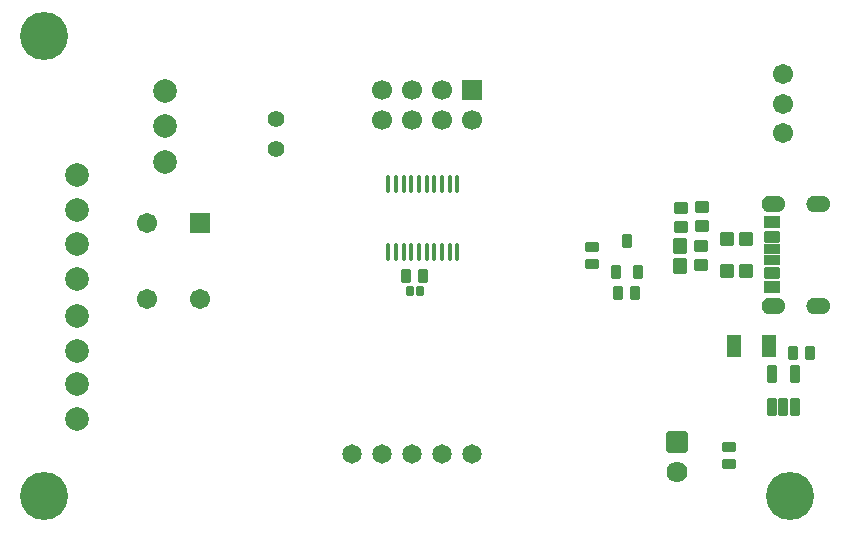
<source format=gbr>
%TF.GenerationSoftware,KiCad,Pcbnew,7.0.8*%
%TF.CreationDate,2024-01-19T17:30:03-07:00*%
%TF.ProjectId,Remote,52656d6f-7465-42e6-9b69-6361645f7063,rev?*%
%TF.SameCoordinates,Original*%
%TF.FileFunction,Soldermask,Top*%
%TF.FilePolarity,Negative*%
%FSLAX46Y46*%
G04 Gerber Fmt 4.6, Leading zero omitted, Abs format (unit mm)*
G04 Created by KiCad (PCBNEW 7.0.8) date 2024-01-19 17:30:03*
%MOMM*%
%LPD*%
G01*
G04 APERTURE LIST*
G04 Aperture macros list*
%AMRoundRect*
0 Rectangle with rounded corners*
0 $1 Rounding radius*
0 $2 $3 $4 $5 $6 $7 $8 $9 X,Y pos of 4 corners*
0 Add a 4 corners polygon primitive as box body*
4,1,4,$2,$3,$4,$5,$6,$7,$8,$9,$2,$3,0*
0 Add four circle primitives for the rounded corners*
1,1,$1+$1,$2,$3*
1,1,$1+$1,$4,$5*
1,1,$1+$1,$6,$7*
1,1,$1+$1,$8,$9*
0 Add four rect primitives between the rounded corners*
20,1,$1+$1,$2,$3,$4,$5,0*
20,1,$1+$1,$4,$5,$6,$7,0*
20,1,$1+$1,$6,$7,$8,$9,0*
20,1,$1+$1,$8,$9,$2,$3,0*%
G04 Aperture macros list end*
%ADD10C,0.010000*%
%ADD11RoundRect,0.102000X-0.470000X-0.510000X0.470000X-0.510000X0.470000X0.510000X-0.470000X0.510000X0*%
%ADD12RoundRect,0.102000X0.279400X-0.660400X0.279400X0.660400X-0.279400X0.660400X-0.279400X-0.660400X0*%
%ADD13RoundRect,0.102000X-0.330200X-0.469900X0.330200X-0.469900X0.330200X0.469900X-0.330200X0.469900X0*%
%ADD14RoundRect,0.102000X0.300000X-0.525000X0.300000X0.525000X-0.300000X0.525000X-0.300000X-0.525000X0*%
%ADD15RoundRect,0.102000X-0.300000X0.525000X-0.300000X-0.525000X0.300000X-0.525000X0.300000X0.525000X0*%
%ADD16RoundRect,0.102000X0.500000X-0.550000X0.500000X0.550000X-0.500000X0.550000X-0.500000X-0.550000X0*%
%ADD17R,1.700000X1.700000*%
%ADD18C,1.700000*%
%ADD19RoundRect,0.102000X0.330200X0.469900X-0.330200X0.469900X-0.330200X-0.469900X0.330200X-0.469900X0*%
%ADD20C,1.998980*%
%ADD21C,4.064000*%
%ADD22RoundRect,0.102000X0.600000X-0.350000X0.600000X0.350000X-0.600000X0.350000X-0.600000X-0.350000X0*%
%ADD23RoundRect,0.102000X0.600000X-0.380000X0.600000X0.380000X-0.600000X0.380000X-0.600000X-0.380000X0*%
%ADD24RoundRect,0.102000X0.600000X-0.400000X0.600000X0.400000X-0.600000X0.400000X-0.600000X-0.400000X0*%
%ADD25RoundRect,0.102000X0.465000X-0.405000X0.465000X0.405000X-0.465000X0.405000X-0.465000X-0.405000X0*%
%ADD26RoundRect,0.102000X0.465000X-0.395000X0.465000X0.395000X-0.465000X0.395000X-0.465000X-0.395000X0*%
%ADD27C,1.422400*%
%ADD28C,1.651000*%
%ADD29RoundRect,0.100000X0.100000X-0.637500X0.100000X0.637500X-0.100000X0.637500X-0.100000X-0.637500X0*%
%ADD30RoundRect,0.102000X-0.469900X0.330200X-0.469900X-0.330200X0.469900X-0.330200X0.469900X0.330200X0*%
%ADD31RoundRect,0.102000X0.787500X-0.787500X0.787500X0.787500X-0.787500X0.787500X-0.787500X-0.787500X0*%
%ADD32C,1.779000*%
%ADD33RoundRect,0.102000X-0.485000X-0.865000X0.485000X-0.865000X0.485000X0.865000X-0.485000X0.865000X0*%
%ADD34RoundRect,0.177600X0.194400X-0.224400X0.194400X0.224400X-0.194400X0.224400X-0.194400X-0.224400X0*%
%ADD35C,1.712000*%
%ADD36RoundRect,0.102000X-0.754000X0.754000X-0.754000X-0.754000X0.754000X-0.754000X0.754000X0.754000X0*%
G04 APERTURE END LIST*
%TO.C,J1*%
D10*
X172469000Y-81554500D02*
X172503000Y-81557500D01*
X172537000Y-81561500D01*
X172570000Y-81567500D01*
X172603000Y-81575500D01*
X172636000Y-81585500D01*
X172668000Y-81596500D01*
X172699000Y-81609500D01*
X172730000Y-81624500D01*
X172760000Y-81640500D01*
X172789000Y-81658500D01*
X172817000Y-81677500D01*
X172844000Y-81698500D01*
X172870000Y-81720500D01*
X172895000Y-81743500D01*
X172918000Y-81768500D01*
X172940000Y-81794500D01*
X172961000Y-81821500D01*
X172980000Y-81849500D01*
X172998000Y-81878500D01*
X173014000Y-81908500D01*
X173029000Y-81939500D01*
X173042000Y-81970500D01*
X173053000Y-82002500D01*
X173063000Y-82035500D01*
X173071000Y-82068500D01*
X173077000Y-82101500D01*
X173081000Y-82135500D01*
X173084000Y-82169500D01*
X173085000Y-82203500D01*
X173084000Y-82237500D01*
X173081000Y-82271500D01*
X173077000Y-82305500D01*
X173071000Y-82338500D01*
X173063000Y-82371500D01*
X173053000Y-82404500D01*
X173042000Y-82436500D01*
X173029000Y-82467500D01*
X173014000Y-82498500D01*
X172998000Y-82528500D01*
X172980000Y-82557500D01*
X172961000Y-82585500D01*
X172940000Y-82612500D01*
X172918000Y-82638500D01*
X172895000Y-82663500D01*
X172870000Y-82686500D01*
X172844000Y-82708500D01*
X172817000Y-82729500D01*
X172789000Y-82748500D01*
X172760000Y-82766500D01*
X172730000Y-82782500D01*
X172699000Y-82797500D01*
X172668000Y-82810500D01*
X172636000Y-82821500D01*
X172603000Y-82831500D01*
X172570000Y-82839500D01*
X172537000Y-82845500D01*
X172503000Y-82849500D01*
X172469000Y-82852500D01*
X172435000Y-82853500D01*
X171835000Y-82853500D01*
X171801000Y-82852500D01*
X171767000Y-82849500D01*
X171733000Y-82845500D01*
X171700000Y-82839500D01*
X171667000Y-82831500D01*
X171634000Y-82821500D01*
X171602000Y-82810500D01*
X171571000Y-82797500D01*
X171540000Y-82782500D01*
X171510000Y-82766500D01*
X171481000Y-82748500D01*
X171453000Y-82729500D01*
X171426000Y-82708500D01*
X171400000Y-82686500D01*
X171375000Y-82663500D01*
X171352000Y-82638500D01*
X171330000Y-82612500D01*
X171309000Y-82585500D01*
X171290000Y-82557500D01*
X171272000Y-82528500D01*
X171256000Y-82498500D01*
X171241000Y-82467500D01*
X171228000Y-82436500D01*
X171217000Y-82404500D01*
X171207000Y-82371500D01*
X171199000Y-82338500D01*
X171193000Y-82305500D01*
X171189000Y-82271500D01*
X171186000Y-82237500D01*
X171185000Y-82203500D01*
X171186000Y-82169500D01*
X171189000Y-82135500D01*
X171193000Y-82101500D01*
X171199000Y-82068500D01*
X171207000Y-82035500D01*
X171217000Y-82002500D01*
X171228000Y-81970500D01*
X171241000Y-81939500D01*
X171256000Y-81908500D01*
X171272000Y-81878500D01*
X171290000Y-81849500D01*
X171309000Y-81821500D01*
X171330000Y-81794500D01*
X171352000Y-81768500D01*
X171375000Y-81743500D01*
X171400000Y-81720500D01*
X171426000Y-81698500D01*
X171453000Y-81677500D01*
X171481000Y-81658500D01*
X171510000Y-81640500D01*
X171540000Y-81624500D01*
X171571000Y-81609500D01*
X171602000Y-81596500D01*
X171634000Y-81585500D01*
X171667000Y-81575500D01*
X171700000Y-81567500D01*
X171733000Y-81561500D01*
X171767000Y-81557500D01*
X171801000Y-81554500D01*
X171835000Y-81553500D01*
X172435000Y-81553500D01*
X172469000Y-81554500D01*
G36*
X172469000Y-81554500D02*
G01*
X172503000Y-81557500D01*
X172537000Y-81561500D01*
X172570000Y-81567500D01*
X172603000Y-81575500D01*
X172636000Y-81585500D01*
X172668000Y-81596500D01*
X172699000Y-81609500D01*
X172730000Y-81624500D01*
X172760000Y-81640500D01*
X172789000Y-81658500D01*
X172817000Y-81677500D01*
X172844000Y-81698500D01*
X172870000Y-81720500D01*
X172895000Y-81743500D01*
X172918000Y-81768500D01*
X172940000Y-81794500D01*
X172961000Y-81821500D01*
X172980000Y-81849500D01*
X172998000Y-81878500D01*
X173014000Y-81908500D01*
X173029000Y-81939500D01*
X173042000Y-81970500D01*
X173053000Y-82002500D01*
X173063000Y-82035500D01*
X173071000Y-82068500D01*
X173077000Y-82101500D01*
X173081000Y-82135500D01*
X173084000Y-82169500D01*
X173085000Y-82203500D01*
X173084000Y-82237500D01*
X173081000Y-82271500D01*
X173077000Y-82305500D01*
X173071000Y-82338500D01*
X173063000Y-82371500D01*
X173053000Y-82404500D01*
X173042000Y-82436500D01*
X173029000Y-82467500D01*
X173014000Y-82498500D01*
X172998000Y-82528500D01*
X172980000Y-82557500D01*
X172961000Y-82585500D01*
X172940000Y-82612500D01*
X172918000Y-82638500D01*
X172895000Y-82663500D01*
X172870000Y-82686500D01*
X172844000Y-82708500D01*
X172817000Y-82729500D01*
X172789000Y-82748500D01*
X172760000Y-82766500D01*
X172730000Y-82782500D01*
X172699000Y-82797500D01*
X172668000Y-82810500D01*
X172636000Y-82821500D01*
X172603000Y-82831500D01*
X172570000Y-82839500D01*
X172537000Y-82845500D01*
X172503000Y-82849500D01*
X172469000Y-82852500D01*
X172435000Y-82853500D01*
X171835000Y-82853500D01*
X171801000Y-82852500D01*
X171767000Y-82849500D01*
X171733000Y-82845500D01*
X171700000Y-82839500D01*
X171667000Y-82831500D01*
X171634000Y-82821500D01*
X171602000Y-82810500D01*
X171571000Y-82797500D01*
X171540000Y-82782500D01*
X171510000Y-82766500D01*
X171481000Y-82748500D01*
X171453000Y-82729500D01*
X171426000Y-82708500D01*
X171400000Y-82686500D01*
X171375000Y-82663500D01*
X171352000Y-82638500D01*
X171330000Y-82612500D01*
X171309000Y-82585500D01*
X171290000Y-82557500D01*
X171272000Y-82528500D01*
X171256000Y-82498500D01*
X171241000Y-82467500D01*
X171228000Y-82436500D01*
X171217000Y-82404500D01*
X171207000Y-82371500D01*
X171199000Y-82338500D01*
X171193000Y-82305500D01*
X171189000Y-82271500D01*
X171186000Y-82237500D01*
X171185000Y-82203500D01*
X171186000Y-82169500D01*
X171189000Y-82135500D01*
X171193000Y-82101500D01*
X171199000Y-82068500D01*
X171207000Y-82035500D01*
X171217000Y-82002500D01*
X171228000Y-81970500D01*
X171241000Y-81939500D01*
X171256000Y-81908500D01*
X171272000Y-81878500D01*
X171290000Y-81849500D01*
X171309000Y-81821500D01*
X171330000Y-81794500D01*
X171352000Y-81768500D01*
X171375000Y-81743500D01*
X171400000Y-81720500D01*
X171426000Y-81698500D01*
X171453000Y-81677500D01*
X171481000Y-81658500D01*
X171510000Y-81640500D01*
X171540000Y-81624500D01*
X171571000Y-81609500D01*
X171602000Y-81596500D01*
X171634000Y-81585500D01*
X171667000Y-81575500D01*
X171700000Y-81567500D01*
X171733000Y-81561500D01*
X171767000Y-81557500D01*
X171801000Y-81554500D01*
X171835000Y-81553500D01*
X172435000Y-81553500D01*
X172469000Y-81554500D01*
G37*
X176269000Y-81554500D02*
X176303000Y-81557500D01*
X176337000Y-81561500D01*
X176370000Y-81567500D01*
X176403000Y-81575500D01*
X176436000Y-81585500D01*
X176468000Y-81596500D01*
X176499000Y-81609500D01*
X176530000Y-81624500D01*
X176560000Y-81640500D01*
X176589000Y-81658500D01*
X176617000Y-81677500D01*
X176644000Y-81698500D01*
X176670000Y-81720500D01*
X176695000Y-81743500D01*
X176718000Y-81768500D01*
X176740000Y-81794500D01*
X176761000Y-81821500D01*
X176780000Y-81849500D01*
X176798000Y-81878500D01*
X176814000Y-81908500D01*
X176829000Y-81939500D01*
X176842000Y-81970500D01*
X176853000Y-82002500D01*
X176863000Y-82035500D01*
X176871000Y-82068500D01*
X176877000Y-82101500D01*
X176881000Y-82135500D01*
X176884000Y-82169500D01*
X176885000Y-82203500D01*
X176884000Y-82237500D01*
X176881000Y-82271500D01*
X176877000Y-82305500D01*
X176871000Y-82338500D01*
X176863000Y-82371500D01*
X176853000Y-82404500D01*
X176842000Y-82436500D01*
X176829000Y-82467500D01*
X176814000Y-82498500D01*
X176798000Y-82528500D01*
X176780000Y-82557500D01*
X176761000Y-82585500D01*
X176740000Y-82612500D01*
X176718000Y-82638500D01*
X176695000Y-82663500D01*
X176670000Y-82686500D01*
X176644000Y-82708500D01*
X176617000Y-82729500D01*
X176589000Y-82748500D01*
X176560000Y-82766500D01*
X176530000Y-82782500D01*
X176499000Y-82797500D01*
X176468000Y-82810500D01*
X176436000Y-82821500D01*
X176403000Y-82831500D01*
X176370000Y-82839500D01*
X176337000Y-82845500D01*
X176303000Y-82849500D01*
X176269000Y-82852500D01*
X176235000Y-82853500D01*
X175635000Y-82853500D01*
X175601000Y-82852500D01*
X175567000Y-82849500D01*
X175533000Y-82845500D01*
X175500000Y-82839500D01*
X175467000Y-82831500D01*
X175434000Y-82821500D01*
X175402000Y-82810500D01*
X175371000Y-82797500D01*
X175340000Y-82782500D01*
X175310000Y-82766500D01*
X175281000Y-82748500D01*
X175253000Y-82729500D01*
X175226000Y-82708500D01*
X175200000Y-82686500D01*
X175175000Y-82663500D01*
X175152000Y-82638500D01*
X175130000Y-82612500D01*
X175109000Y-82585500D01*
X175090000Y-82557500D01*
X175072000Y-82528500D01*
X175056000Y-82498500D01*
X175041000Y-82467500D01*
X175028000Y-82436500D01*
X175017000Y-82404500D01*
X175007000Y-82371500D01*
X174999000Y-82338500D01*
X174993000Y-82305500D01*
X174989000Y-82271500D01*
X174986000Y-82237500D01*
X174985000Y-82203500D01*
X174986000Y-82169500D01*
X174989000Y-82135500D01*
X174993000Y-82101500D01*
X174999000Y-82068500D01*
X175007000Y-82035500D01*
X175017000Y-82002500D01*
X175028000Y-81970500D01*
X175041000Y-81939500D01*
X175056000Y-81908500D01*
X175072000Y-81878500D01*
X175090000Y-81849500D01*
X175109000Y-81821500D01*
X175130000Y-81794500D01*
X175152000Y-81768500D01*
X175175000Y-81743500D01*
X175200000Y-81720500D01*
X175226000Y-81698500D01*
X175253000Y-81677500D01*
X175281000Y-81658500D01*
X175310000Y-81640500D01*
X175340000Y-81624500D01*
X175371000Y-81609500D01*
X175402000Y-81596500D01*
X175434000Y-81585500D01*
X175467000Y-81575500D01*
X175500000Y-81567500D01*
X175533000Y-81561500D01*
X175567000Y-81557500D01*
X175601000Y-81554500D01*
X175635000Y-81553500D01*
X176235000Y-81553500D01*
X176269000Y-81554500D01*
G36*
X176269000Y-81554500D02*
G01*
X176303000Y-81557500D01*
X176337000Y-81561500D01*
X176370000Y-81567500D01*
X176403000Y-81575500D01*
X176436000Y-81585500D01*
X176468000Y-81596500D01*
X176499000Y-81609500D01*
X176530000Y-81624500D01*
X176560000Y-81640500D01*
X176589000Y-81658500D01*
X176617000Y-81677500D01*
X176644000Y-81698500D01*
X176670000Y-81720500D01*
X176695000Y-81743500D01*
X176718000Y-81768500D01*
X176740000Y-81794500D01*
X176761000Y-81821500D01*
X176780000Y-81849500D01*
X176798000Y-81878500D01*
X176814000Y-81908500D01*
X176829000Y-81939500D01*
X176842000Y-81970500D01*
X176853000Y-82002500D01*
X176863000Y-82035500D01*
X176871000Y-82068500D01*
X176877000Y-82101500D01*
X176881000Y-82135500D01*
X176884000Y-82169500D01*
X176885000Y-82203500D01*
X176884000Y-82237500D01*
X176881000Y-82271500D01*
X176877000Y-82305500D01*
X176871000Y-82338500D01*
X176863000Y-82371500D01*
X176853000Y-82404500D01*
X176842000Y-82436500D01*
X176829000Y-82467500D01*
X176814000Y-82498500D01*
X176798000Y-82528500D01*
X176780000Y-82557500D01*
X176761000Y-82585500D01*
X176740000Y-82612500D01*
X176718000Y-82638500D01*
X176695000Y-82663500D01*
X176670000Y-82686500D01*
X176644000Y-82708500D01*
X176617000Y-82729500D01*
X176589000Y-82748500D01*
X176560000Y-82766500D01*
X176530000Y-82782500D01*
X176499000Y-82797500D01*
X176468000Y-82810500D01*
X176436000Y-82821500D01*
X176403000Y-82831500D01*
X176370000Y-82839500D01*
X176337000Y-82845500D01*
X176303000Y-82849500D01*
X176269000Y-82852500D01*
X176235000Y-82853500D01*
X175635000Y-82853500D01*
X175601000Y-82852500D01*
X175567000Y-82849500D01*
X175533000Y-82845500D01*
X175500000Y-82839500D01*
X175467000Y-82831500D01*
X175434000Y-82821500D01*
X175402000Y-82810500D01*
X175371000Y-82797500D01*
X175340000Y-82782500D01*
X175310000Y-82766500D01*
X175281000Y-82748500D01*
X175253000Y-82729500D01*
X175226000Y-82708500D01*
X175200000Y-82686500D01*
X175175000Y-82663500D01*
X175152000Y-82638500D01*
X175130000Y-82612500D01*
X175109000Y-82585500D01*
X175090000Y-82557500D01*
X175072000Y-82528500D01*
X175056000Y-82498500D01*
X175041000Y-82467500D01*
X175028000Y-82436500D01*
X175017000Y-82404500D01*
X175007000Y-82371500D01*
X174999000Y-82338500D01*
X174993000Y-82305500D01*
X174989000Y-82271500D01*
X174986000Y-82237500D01*
X174985000Y-82203500D01*
X174986000Y-82169500D01*
X174989000Y-82135500D01*
X174993000Y-82101500D01*
X174999000Y-82068500D01*
X175007000Y-82035500D01*
X175017000Y-82002500D01*
X175028000Y-81970500D01*
X175041000Y-81939500D01*
X175056000Y-81908500D01*
X175072000Y-81878500D01*
X175090000Y-81849500D01*
X175109000Y-81821500D01*
X175130000Y-81794500D01*
X175152000Y-81768500D01*
X175175000Y-81743500D01*
X175200000Y-81720500D01*
X175226000Y-81698500D01*
X175253000Y-81677500D01*
X175281000Y-81658500D01*
X175310000Y-81640500D01*
X175340000Y-81624500D01*
X175371000Y-81609500D01*
X175402000Y-81596500D01*
X175434000Y-81585500D01*
X175467000Y-81575500D01*
X175500000Y-81567500D01*
X175533000Y-81561500D01*
X175567000Y-81557500D01*
X175601000Y-81554500D01*
X175635000Y-81553500D01*
X176235000Y-81553500D01*
X176269000Y-81554500D01*
G37*
X172469000Y-72914500D02*
X172503000Y-72917500D01*
X172537000Y-72921500D01*
X172570000Y-72927500D01*
X172603000Y-72935500D01*
X172636000Y-72945500D01*
X172668000Y-72956500D01*
X172699000Y-72969500D01*
X172730000Y-72984500D01*
X172760000Y-73000500D01*
X172789000Y-73018500D01*
X172817000Y-73037500D01*
X172844000Y-73058500D01*
X172870000Y-73080500D01*
X172895000Y-73103500D01*
X172918000Y-73128500D01*
X172940000Y-73154500D01*
X172961000Y-73181500D01*
X172980000Y-73209500D01*
X172998000Y-73238500D01*
X173014000Y-73268500D01*
X173029000Y-73299500D01*
X173042000Y-73330500D01*
X173053000Y-73362500D01*
X173063000Y-73395500D01*
X173071000Y-73428500D01*
X173077000Y-73461500D01*
X173081000Y-73495500D01*
X173084000Y-73529500D01*
X173085000Y-73563500D01*
X173084000Y-73597500D01*
X173081000Y-73631500D01*
X173077000Y-73665500D01*
X173071000Y-73698500D01*
X173063000Y-73731500D01*
X173053000Y-73764500D01*
X173042000Y-73796500D01*
X173029000Y-73827500D01*
X173014000Y-73858500D01*
X172998000Y-73888500D01*
X172980000Y-73917500D01*
X172961000Y-73945500D01*
X172940000Y-73972500D01*
X172918000Y-73998500D01*
X172895000Y-74023500D01*
X172870000Y-74046500D01*
X172844000Y-74068500D01*
X172817000Y-74089500D01*
X172789000Y-74108500D01*
X172760000Y-74126500D01*
X172730000Y-74142500D01*
X172699000Y-74157500D01*
X172668000Y-74170500D01*
X172636000Y-74181500D01*
X172603000Y-74191500D01*
X172570000Y-74199500D01*
X172537000Y-74205500D01*
X172503000Y-74209500D01*
X172469000Y-74212500D01*
X172435000Y-74213500D01*
X171835000Y-74213500D01*
X171801000Y-74212500D01*
X171767000Y-74209500D01*
X171733000Y-74205500D01*
X171700000Y-74199500D01*
X171667000Y-74191500D01*
X171634000Y-74181500D01*
X171602000Y-74170500D01*
X171571000Y-74157500D01*
X171540000Y-74142500D01*
X171510000Y-74126500D01*
X171481000Y-74108500D01*
X171453000Y-74089500D01*
X171426000Y-74068500D01*
X171400000Y-74046500D01*
X171375000Y-74023500D01*
X171352000Y-73998500D01*
X171330000Y-73972500D01*
X171309000Y-73945500D01*
X171290000Y-73917500D01*
X171272000Y-73888500D01*
X171256000Y-73858500D01*
X171241000Y-73827500D01*
X171228000Y-73796500D01*
X171217000Y-73764500D01*
X171207000Y-73731500D01*
X171199000Y-73698500D01*
X171193000Y-73665500D01*
X171189000Y-73631500D01*
X171186000Y-73597500D01*
X171185000Y-73563500D01*
X171186000Y-73529500D01*
X171189000Y-73495500D01*
X171193000Y-73461500D01*
X171199000Y-73428500D01*
X171207000Y-73395500D01*
X171217000Y-73362500D01*
X171228000Y-73330500D01*
X171241000Y-73299500D01*
X171256000Y-73268500D01*
X171272000Y-73238500D01*
X171290000Y-73209500D01*
X171309000Y-73181500D01*
X171330000Y-73154500D01*
X171352000Y-73128500D01*
X171375000Y-73103500D01*
X171400000Y-73080500D01*
X171426000Y-73058500D01*
X171453000Y-73037500D01*
X171481000Y-73018500D01*
X171510000Y-73000500D01*
X171540000Y-72984500D01*
X171571000Y-72969500D01*
X171602000Y-72956500D01*
X171634000Y-72945500D01*
X171667000Y-72935500D01*
X171700000Y-72927500D01*
X171733000Y-72921500D01*
X171767000Y-72917500D01*
X171801000Y-72914500D01*
X171835000Y-72913500D01*
X172435000Y-72913500D01*
X172469000Y-72914500D01*
G36*
X172469000Y-72914500D02*
G01*
X172503000Y-72917500D01*
X172537000Y-72921500D01*
X172570000Y-72927500D01*
X172603000Y-72935500D01*
X172636000Y-72945500D01*
X172668000Y-72956500D01*
X172699000Y-72969500D01*
X172730000Y-72984500D01*
X172760000Y-73000500D01*
X172789000Y-73018500D01*
X172817000Y-73037500D01*
X172844000Y-73058500D01*
X172870000Y-73080500D01*
X172895000Y-73103500D01*
X172918000Y-73128500D01*
X172940000Y-73154500D01*
X172961000Y-73181500D01*
X172980000Y-73209500D01*
X172998000Y-73238500D01*
X173014000Y-73268500D01*
X173029000Y-73299500D01*
X173042000Y-73330500D01*
X173053000Y-73362500D01*
X173063000Y-73395500D01*
X173071000Y-73428500D01*
X173077000Y-73461500D01*
X173081000Y-73495500D01*
X173084000Y-73529500D01*
X173085000Y-73563500D01*
X173084000Y-73597500D01*
X173081000Y-73631500D01*
X173077000Y-73665500D01*
X173071000Y-73698500D01*
X173063000Y-73731500D01*
X173053000Y-73764500D01*
X173042000Y-73796500D01*
X173029000Y-73827500D01*
X173014000Y-73858500D01*
X172998000Y-73888500D01*
X172980000Y-73917500D01*
X172961000Y-73945500D01*
X172940000Y-73972500D01*
X172918000Y-73998500D01*
X172895000Y-74023500D01*
X172870000Y-74046500D01*
X172844000Y-74068500D01*
X172817000Y-74089500D01*
X172789000Y-74108500D01*
X172760000Y-74126500D01*
X172730000Y-74142500D01*
X172699000Y-74157500D01*
X172668000Y-74170500D01*
X172636000Y-74181500D01*
X172603000Y-74191500D01*
X172570000Y-74199500D01*
X172537000Y-74205500D01*
X172503000Y-74209500D01*
X172469000Y-74212500D01*
X172435000Y-74213500D01*
X171835000Y-74213500D01*
X171801000Y-74212500D01*
X171767000Y-74209500D01*
X171733000Y-74205500D01*
X171700000Y-74199500D01*
X171667000Y-74191500D01*
X171634000Y-74181500D01*
X171602000Y-74170500D01*
X171571000Y-74157500D01*
X171540000Y-74142500D01*
X171510000Y-74126500D01*
X171481000Y-74108500D01*
X171453000Y-74089500D01*
X171426000Y-74068500D01*
X171400000Y-74046500D01*
X171375000Y-74023500D01*
X171352000Y-73998500D01*
X171330000Y-73972500D01*
X171309000Y-73945500D01*
X171290000Y-73917500D01*
X171272000Y-73888500D01*
X171256000Y-73858500D01*
X171241000Y-73827500D01*
X171228000Y-73796500D01*
X171217000Y-73764500D01*
X171207000Y-73731500D01*
X171199000Y-73698500D01*
X171193000Y-73665500D01*
X171189000Y-73631500D01*
X171186000Y-73597500D01*
X171185000Y-73563500D01*
X171186000Y-73529500D01*
X171189000Y-73495500D01*
X171193000Y-73461500D01*
X171199000Y-73428500D01*
X171207000Y-73395500D01*
X171217000Y-73362500D01*
X171228000Y-73330500D01*
X171241000Y-73299500D01*
X171256000Y-73268500D01*
X171272000Y-73238500D01*
X171290000Y-73209500D01*
X171309000Y-73181500D01*
X171330000Y-73154500D01*
X171352000Y-73128500D01*
X171375000Y-73103500D01*
X171400000Y-73080500D01*
X171426000Y-73058500D01*
X171453000Y-73037500D01*
X171481000Y-73018500D01*
X171510000Y-73000500D01*
X171540000Y-72984500D01*
X171571000Y-72969500D01*
X171602000Y-72956500D01*
X171634000Y-72945500D01*
X171667000Y-72935500D01*
X171700000Y-72927500D01*
X171733000Y-72921500D01*
X171767000Y-72917500D01*
X171801000Y-72914500D01*
X171835000Y-72913500D01*
X172435000Y-72913500D01*
X172469000Y-72914500D01*
G37*
X176269000Y-72914500D02*
X176303000Y-72917500D01*
X176337000Y-72921500D01*
X176370000Y-72927500D01*
X176403000Y-72935500D01*
X176436000Y-72945500D01*
X176468000Y-72956500D01*
X176499000Y-72969500D01*
X176530000Y-72984500D01*
X176560000Y-73000500D01*
X176589000Y-73018500D01*
X176617000Y-73037500D01*
X176644000Y-73058500D01*
X176670000Y-73080500D01*
X176695000Y-73103500D01*
X176718000Y-73128500D01*
X176740000Y-73154500D01*
X176761000Y-73181500D01*
X176780000Y-73209500D01*
X176798000Y-73238500D01*
X176814000Y-73268500D01*
X176829000Y-73299500D01*
X176842000Y-73330500D01*
X176853000Y-73362500D01*
X176863000Y-73395500D01*
X176871000Y-73428500D01*
X176877000Y-73461500D01*
X176881000Y-73495500D01*
X176884000Y-73529500D01*
X176885000Y-73563500D01*
X176884000Y-73597500D01*
X176881000Y-73631500D01*
X176877000Y-73665500D01*
X176871000Y-73698500D01*
X176863000Y-73731500D01*
X176853000Y-73764500D01*
X176842000Y-73796500D01*
X176829000Y-73827500D01*
X176814000Y-73858500D01*
X176798000Y-73888500D01*
X176780000Y-73917500D01*
X176761000Y-73945500D01*
X176740000Y-73972500D01*
X176718000Y-73998500D01*
X176695000Y-74023500D01*
X176670000Y-74046500D01*
X176644000Y-74068500D01*
X176617000Y-74089500D01*
X176589000Y-74108500D01*
X176560000Y-74126500D01*
X176530000Y-74142500D01*
X176499000Y-74157500D01*
X176468000Y-74170500D01*
X176436000Y-74181500D01*
X176403000Y-74191500D01*
X176370000Y-74199500D01*
X176337000Y-74205500D01*
X176303000Y-74209500D01*
X176269000Y-74212500D01*
X176235000Y-74213500D01*
X175635000Y-74213500D01*
X175601000Y-74212500D01*
X175567000Y-74209500D01*
X175533000Y-74205500D01*
X175500000Y-74199500D01*
X175467000Y-74191500D01*
X175434000Y-74181500D01*
X175402000Y-74170500D01*
X175371000Y-74157500D01*
X175340000Y-74142500D01*
X175310000Y-74126500D01*
X175281000Y-74108500D01*
X175253000Y-74089500D01*
X175226000Y-74068500D01*
X175200000Y-74046500D01*
X175175000Y-74023500D01*
X175152000Y-73998500D01*
X175130000Y-73972500D01*
X175109000Y-73945500D01*
X175090000Y-73917500D01*
X175072000Y-73888500D01*
X175056000Y-73858500D01*
X175041000Y-73827500D01*
X175028000Y-73796500D01*
X175017000Y-73764500D01*
X175007000Y-73731500D01*
X174999000Y-73698500D01*
X174993000Y-73665500D01*
X174989000Y-73631500D01*
X174986000Y-73597500D01*
X174985000Y-73563500D01*
X174986000Y-73529500D01*
X174989000Y-73495500D01*
X174993000Y-73461500D01*
X174999000Y-73428500D01*
X175007000Y-73395500D01*
X175017000Y-73362500D01*
X175028000Y-73330500D01*
X175041000Y-73299500D01*
X175056000Y-73268500D01*
X175072000Y-73238500D01*
X175090000Y-73209500D01*
X175109000Y-73181500D01*
X175130000Y-73154500D01*
X175152000Y-73128500D01*
X175175000Y-73103500D01*
X175200000Y-73080500D01*
X175226000Y-73058500D01*
X175253000Y-73037500D01*
X175281000Y-73018500D01*
X175310000Y-73000500D01*
X175340000Y-72984500D01*
X175371000Y-72969500D01*
X175402000Y-72956500D01*
X175434000Y-72945500D01*
X175467000Y-72935500D01*
X175500000Y-72927500D01*
X175533000Y-72921500D01*
X175567000Y-72917500D01*
X175601000Y-72914500D01*
X175635000Y-72913500D01*
X176235000Y-72913500D01*
X176269000Y-72914500D01*
G36*
X176269000Y-72914500D02*
G01*
X176303000Y-72917500D01*
X176337000Y-72921500D01*
X176370000Y-72927500D01*
X176403000Y-72935500D01*
X176436000Y-72945500D01*
X176468000Y-72956500D01*
X176499000Y-72969500D01*
X176530000Y-72984500D01*
X176560000Y-73000500D01*
X176589000Y-73018500D01*
X176617000Y-73037500D01*
X176644000Y-73058500D01*
X176670000Y-73080500D01*
X176695000Y-73103500D01*
X176718000Y-73128500D01*
X176740000Y-73154500D01*
X176761000Y-73181500D01*
X176780000Y-73209500D01*
X176798000Y-73238500D01*
X176814000Y-73268500D01*
X176829000Y-73299500D01*
X176842000Y-73330500D01*
X176853000Y-73362500D01*
X176863000Y-73395500D01*
X176871000Y-73428500D01*
X176877000Y-73461500D01*
X176881000Y-73495500D01*
X176884000Y-73529500D01*
X176885000Y-73563500D01*
X176884000Y-73597500D01*
X176881000Y-73631500D01*
X176877000Y-73665500D01*
X176871000Y-73698500D01*
X176863000Y-73731500D01*
X176853000Y-73764500D01*
X176842000Y-73796500D01*
X176829000Y-73827500D01*
X176814000Y-73858500D01*
X176798000Y-73888500D01*
X176780000Y-73917500D01*
X176761000Y-73945500D01*
X176740000Y-73972500D01*
X176718000Y-73998500D01*
X176695000Y-74023500D01*
X176670000Y-74046500D01*
X176644000Y-74068500D01*
X176617000Y-74089500D01*
X176589000Y-74108500D01*
X176560000Y-74126500D01*
X176530000Y-74142500D01*
X176499000Y-74157500D01*
X176468000Y-74170500D01*
X176436000Y-74181500D01*
X176403000Y-74191500D01*
X176370000Y-74199500D01*
X176337000Y-74205500D01*
X176303000Y-74209500D01*
X176269000Y-74212500D01*
X176235000Y-74213500D01*
X175635000Y-74213500D01*
X175601000Y-74212500D01*
X175567000Y-74209500D01*
X175533000Y-74205500D01*
X175500000Y-74199500D01*
X175467000Y-74191500D01*
X175434000Y-74181500D01*
X175402000Y-74170500D01*
X175371000Y-74157500D01*
X175340000Y-74142500D01*
X175310000Y-74126500D01*
X175281000Y-74108500D01*
X175253000Y-74089500D01*
X175226000Y-74068500D01*
X175200000Y-74046500D01*
X175175000Y-74023500D01*
X175152000Y-73998500D01*
X175130000Y-73972500D01*
X175109000Y-73945500D01*
X175090000Y-73917500D01*
X175072000Y-73888500D01*
X175056000Y-73858500D01*
X175041000Y-73827500D01*
X175028000Y-73796500D01*
X175017000Y-73764500D01*
X175007000Y-73731500D01*
X174999000Y-73698500D01*
X174993000Y-73665500D01*
X174989000Y-73631500D01*
X174986000Y-73597500D01*
X174985000Y-73563500D01*
X174986000Y-73529500D01*
X174989000Y-73495500D01*
X174993000Y-73461500D01*
X174999000Y-73428500D01*
X175007000Y-73395500D01*
X175017000Y-73362500D01*
X175028000Y-73330500D01*
X175041000Y-73299500D01*
X175056000Y-73268500D01*
X175072000Y-73238500D01*
X175090000Y-73209500D01*
X175109000Y-73181500D01*
X175130000Y-73154500D01*
X175152000Y-73128500D01*
X175175000Y-73103500D01*
X175200000Y-73080500D01*
X175226000Y-73058500D01*
X175253000Y-73037500D01*
X175281000Y-73018500D01*
X175310000Y-73000500D01*
X175340000Y-72984500D01*
X175371000Y-72969500D01*
X175402000Y-72956500D01*
X175434000Y-72945500D01*
X175467000Y-72935500D01*
X175500000Y-72927500D01*
X175533000Y-72921500D01*
X175567000Y-72917500D01*
X175601000Y-72914500D01*
X175635000Y-72913500D01*
X176235000Y-72913500D01*
X176269000Y-72914500D01*
G37*
%TD*%
D11*
%TO.C,R7*%
X168253000Y-76599000D03*
X169833000Y-76599000D03*
%TD*%
D12*
%TO.C,U1*%
X172099800Y-90749400D03*
X173039600Y-90749400D03*
X173979400Y-90749400D03*
X173979400Y-88006200D03*
X172099800Y-88006200D03*
%TD*%
D13*
%TO.C,C5*%
X141120200Y-79702600D03*
X142542600Y-79702600D03*
%TD*%
D14*
%TO.C,U2*%
X158865000Y-79342894D03*
X160765000Y-79342894D03*
D15*
X159815000Y-76742894D03*
%TD*%
D16*
%TO.C,D4*%
X164240000Y-78840000D03*
X164240000Y-77140000D03*
%TD*%
D17*
%TO.C,U4*%
X146645000Y-63945000D03*
D18*
X146645000Y-66485000D03*
X144105000Y-63945000D03*
X144105000Y-66485000D03*
X141565000Y-63945000D03*
X141565000Y-66485000D03*
X139025000Y-63945000D03*
X139025000Y-66485000D03*
%TD*%
D19*
%TO.C,C1*%
X175283800Y-86188600D03*
X173861400Y-86188600D03*
%TD*%
D20*
%TO.C,U7*%
X120669490Y-64012550D03*
%TD*%
D21*
%TO.C,*%
X110450000Y-98350000D03*
%TD*%
D22*
%TO.C,J1*%
X172055000Y-78383500D03*
D23*
X172055000Y-76363500D03*
D24*
X172055000Y-75133500D03*
D22*
X172055000Y-77383500D03*
D23*
X172055000Y-79403500D03*
D24*
X172055000Y-80633500D03*
%TD*%
D25*
%TO.C,D1*%
X166090000Y-77150000D03*
X166090000Y-78770000D03*
%TD*%
D26*
%TO.C,R2*%
X164360000Y-75570000D03*
X164360000Y-73930000D03*
%TD*%
%TO.C,R3*%
X166100000Y-75470000D03*
X166100000Y-73830000D03*
%TD*%
D27*
%TO.C,J4*%
X130100000Y-68985800D03*
X130100000Y-66445800D03*
%TD*%
D28*
%TO.C,J3*%
X136470000Y-94730000D03*
X139010000Y-94730000D03*
X141550000Y-94730000D03*
X144090000Y-94730000D03*
X146630000Y-94730000D03*
%TD*%
D29*
%TO.C,U3*%
X139590000Y-77657500D03*
X140240000Y-77657500D03*
X140890000Y-77657500D03*
X141540000Y-77657500D03*
X142190000Y-77657500D03*
X142840000Y-77657500D03*
X143490000Y-77657500D03*
X144140000Y-77657500D03*
X144790000Y-77657500D03*
X145440000Y-77657500D03*
X145440000Y-71932500D03*
X144790000Y-71932500D03*
X144140000Y-71932500D03*
X143490000Y-71932500D03*
X142840000Y-71932500D03*
X142190000Y-71932500D03*
X141540000Y-71932500D03*
X140890000Y-71932500D03*
X140240000Y-71932500D03*
X139590000Y-71932500D03*
%TD*%
D30*
%TO.C,C3*%
X156827000Y-77260200D03*
X156827000Y-78682600D03*
%TD*%
%TO.C,C2*%
X168462200Y-94190200D03*
X168462200Y-95612600D03*
%TD*%
D31*
%TO.C,J2*%
X164035000Y-93765000D03*
D32*
X164035000Y-96265000D03*
%TD*%
D11*
%TO.C,R6*%
X168253000Y-79263000D03*
X169833000Y-79263000D03*
%TD*%
D21*
%TO.C,*%
X110450000Y-59410000D03*
%TD*%
D33*
%TO.C,R1*%
X168840000Y-85600000D03*
X171800000Y-85600000D03*
%TD*%
D20*
%TO.C,U6*%
X120669490Y-67011530D03*
%TD*%
D34*
%TO.C,C6*%
X141415000Y-81005000D03*
X142275000Y-81005000D03*
%TD*%
D21*
%TO.C,*%
X173570000Y-98350000D03*
%TD*%
D20*
%TO.C,U5*%
X120669490Y-70010510D03*
%TD*%
D13*
%TO.C,C4*%
X159050200Y-81128200D03*
X160472600Y-81128200D03*
%TD*%
D20*
%TO.C,U13*%
X113230930Y-79963944D03*
%TD*%
D35*
%TO.C,S1*%
X172975000Y-62615000D03*
X172975000Y-65115000D03*
X172975000Y-67615000D03*
%TD*%
D20*
%TO.C,U10*%
X113230930Y-71108250D03*
%TD*%
D36*
%TO.C,S2*%
X123630000Y-75179000D03*
D35*
X123630000Y-81679000D03*
X119130000Y-75179000D03*
X119130000Y-81679000D03*
%TD*%
D20*
%TO.C,U9*%
X113259490Y-91833570D03*
%TD*%
%TO.C,U12*%
X113259070Y-86014158D03*
%TD*%
%TO.C,U11*%
X113230930Y-77012046D03*
%TD*%
%TO.C,U15*%
X113259070Y-83062260D03*
%TD*%
%TO.C,U14*%
X113230930Y-74080930D03*
%TD*%
%TO.C,U8*%
X113259490Y-88834590D03*
%TD*%
M02*

</source>
